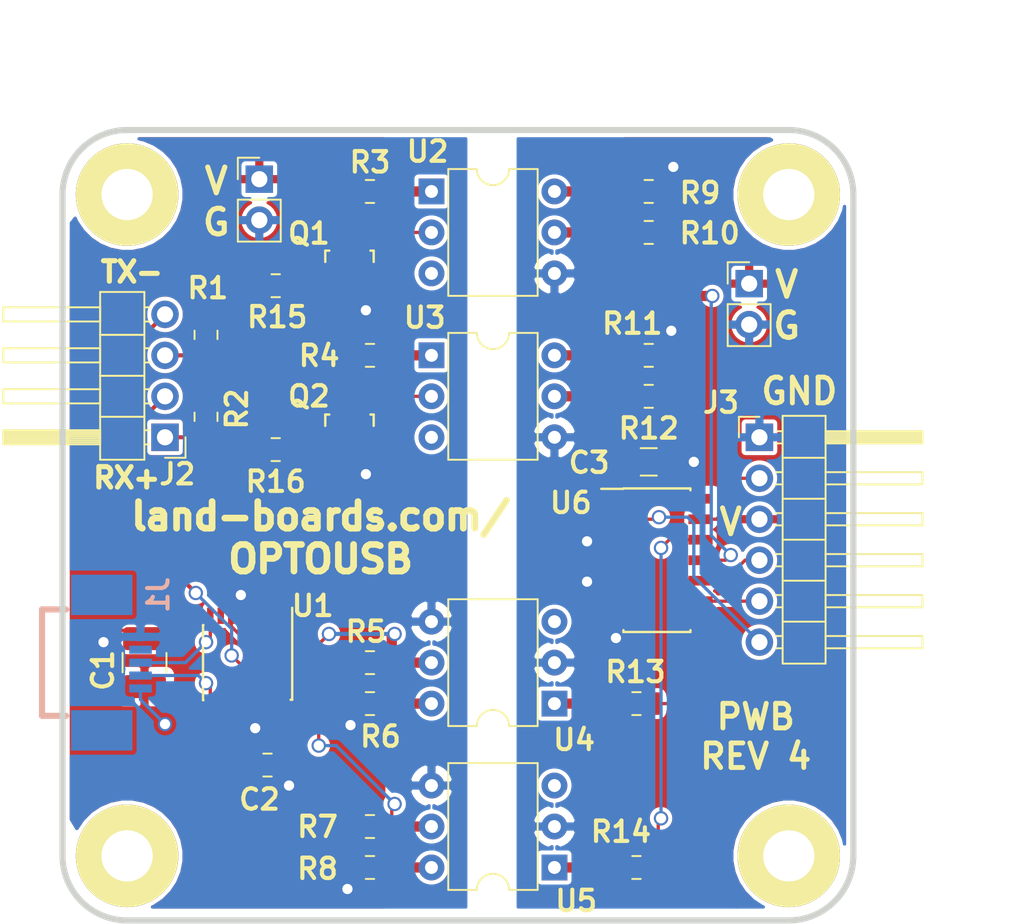
<source format=kicad_pcb>
(kicad_pcb (version 20171130) (host pcbnew "(5.1.5)-3")
  (layers (0 Front signal) (31 Back signal) (36 B.SilkS user) (37 F.SilkS user) (38 B.Mask user) (39 F.Mask user) (44 Edge.Cuts user))
  (net 0 "")
  (net 1 "Net-(R11-Pad2)")
  (net 2 /UVCC)
  (net 3 /UGND)
  (net 4 /+3.3V)
  (net 5 /DM)
  (net 6 /DP)
  (net 7 /PUP0)
  (net 8 /TXLED*)
  (net 9 /PUP1)
  (net 10 /RXLED*)
  (net 11 /UTX)
  (net 12 /URTS)
  (net 13 /LRX)
  (net 14 /URX)
  (net 15 /LTX)
  (net 16 "Net-(R8-Pad2)")
  (net 17 /LCTS)
  (net 18 /UCTS)
  (net 19 /LRTS)
  (net 20 GND)
  (net 21 /FCTS)
  (net 22 /FTX)
  (net 23 /FRX)
  (net 24 /FRTS)
  (net 25 VCC)
  (net 26 "Net-(R3-Pad2)")
  (net 27 "Net-(R4-Pad2)")
  (net 28 "Net-(R6-Pad2)")
  (net 29 "Net-(R9-Pad2)")
  (net 30 "Net-(R13-Pad1)")
  (net 31 "Net-(R14-Pad1)")
  (net 32 "Net-(Q1-Pad1)")
  (net 33 "Net-(Q1-Pad3)")
  (net 34 "Net-(Q2-Pad1)")
  (net 35 "Net-(Q2-Pad3)")
  (net 36 "Net-(J1-PadG2)")
  (net 37 "Net-(J1-PadG1)")
  (net 38 "Net-(J1-PadNC)")
  (net 39 "Net-(MTG1-Pad1)")
  (net 40 "Net-(MTG2-Pad1)")
  (net 41 "Net-(MTG3-Pad1)")
  (net 42 "Net-(MTG4-Pad1)")
  (net 43 "Net-(U1-Pad11)")
  (net 44 "Net-(U1-Pad15)")
  (net 45 "Net-(U1-Pad16)")
  (net 46 "Net-(U6-Pad4)")
  (net 47 "Net-(U6-Pad6)")
  (module Capacitor_SMD:C_0805_2012Metric_Pad1.15x1.40mm_HandSolder (layer Front) (at 12.7 39.37)
    (fp_text reference C2 (at -0.5 2.13) (layer F.SilkS) (effects (font (size 1.27 1.27) (thickness 0.254))))
    (fp_text value 0.1uF)
    (pad 1 smd roundrect (at -1.025 0) (size 1.15 1.4) (layers Front F.Paste F.Mask) (roundrect_rratio 0.217391) (net 4 /+3.3V))
    (pad 2 smd roundrect (at 1.025 0) (size 1.15 1.4) (layers Front F.Paste F.Mask) (roundrect_rratio 0.217391) (net 3 /UGND))
  )
  (module Capacitor_SMD:C_1210_3225Metric_Pad1.42x2.65mm_HandSolder (layer Front) (at 5.08 33.02 90)
    (fp_text reference C1 (at -0.48 -2.58 90) (layer F.SilkS) (effects (font (size 1.27 1.27) (thickness 0.254))))
    (fp_text value 10uF)
    (pad 1 smd roundrect (at -1.4875 0 90) (size 1.425 2.65) (layers Front F.Paste F.Mask) (roundrect_rratio 0.175439) (net 2 /UVCC))
    (pad 2 smd roundrect (at 1.4875 0 90) (size 1.425 2.65) (layers Front F.Paste F.Mask) (roundrect_rratio 0.175439) (net 3 /UGND))
  )
  (module LandBoards_MountHoles:MTG-4-40 (layer Front) (at 4 4)
    (fp_text reference MTG1 hide)
    (fp_text value CONN_1 hide)
    (pad 1 thru_hole circle (at 0 0) (size 6.35 6.35) (drill 3.175) (layers *.Cu *.Mask F.SilkS) (net 39 "Net-(MTG1-Pad1)"))
  )
  (module LandBoards_MountHoles:MTG-4-40 (layer Front) (at 4 45)
    (fp_text reference MTG2 hide)
    (fp_text value CONN_1 hide)
    (pad 1 thru_hole circle (at 0 0) (size 6.35 6.35) (drill 3.175) (layers *.Cu *.Mask F.SilkS) (net 40 "Net-(MTG2-Pad1)"))
  )
  (module LandBoards_MountHoles:MTG-4-40 (layer Front) (at 45 4)
    (fp_text reference MTG3 hide)
    (fp_text value CONN_1 hide)
    (pad 1 thru_hole circle (at 0 0) (size 6.35 6.35) (drill 3.175) (layers *.Cu *.Mask F.SilkS) (net 41 "Net-(MTG3-Pad1)"))
  )
  (module LandBoards_MountHoles:MTG-4-40 (layer Front) (at 45 45)
    (fp_text reference MTG4 hide)
    (fp_text value CONN_1 hide)
    (pad 1 thru_hole circle (at 0 0) (size 6.35 6.35) (drill 3.175) (layers *.Cu *.Mask F.SilkS) (net 42 "Net-(MTG4-Pad1)"))
  )
  (module Connector_PinHeader_2.54mm:PinHeader_1x06_P2.54mm_Horizontal (layer Front) (at 43.18 19.05)
    (fp_text reference J3 (at -2.38 -2.15) (layer F.SilkS) (effects (font (size 1.27 1.27) (thickness 0.254))))
    (fp_text value FTDI-Slave)
    (pad 1 thru_hole rect (at 0 0) (size 1.7 1.7) (drill 1) (layers *.Cu *.Mask) (net 20 GND))
    (pad 2 thru_hole oval (at 0 2.54) (size 1.7 1.7) (drill 1) (layers *.Cu *.Mask) (net 21 /FCTS))
    (pad 3 thru_hole oval (at 0 5.08) (size 1.7 1.7) (drill 1) (layers *.Cu *.Mask) (net 25 VCC))
    (pad 4 thru_hole oval (at 0 7.62) (size 1.7 1.7) (drill 1) (layers *.Cu *.Mask) (net 22 /FTX))
    (pad 5 thru_hole oval (at 0 10.16) (size 1.7 1.7) (drill 1) (layers *.Cu *.Mask) (net 23 /FRX))
    (pad 6 thru_hole oval (at 0 12.7) (size 1.7 1.7) (drill 1) (layers *.Cu *.Mask) (net 24 /FRTS))
  )
  (module Resistor_SMD:R_0805_2012Metric_Pad1.15x1.40mm_HandSolder (layer Front) (at 36.322 3.81 180)
    (fp_text reference R9 (at -3.178 -0.09 180) (layer F.SilkS) (effects (font (size 1.27 1.27) (thickness 0.254))))
    (fp_text value 20K)
    (pad 2 smd roundrect (at 1.025 0 180) (size 1.15 1.4) (layers Front F.Paste F.Mask) (roundrect_rratio 0.217391) (net 29 "Net-(R9-Pad2)"))
    (pad 1 smd roundrect (at -1.025 0 180) (size 1.15 1.4) (layers Front F.Paste F.Mask) (roundrect_rratio 0.217391) (net 20 GND))
  )
  (module Resistor_SMD:R_0805_2012Metric_Pad1.15x1.40mm_HandSolder (layer Front) (at 13.208 9.652 180)
    (fp_text reference R15 (at -0.092 -1.948 180) (layer F.SilkS) (effects (font (size 1.27 1.27) (thickness 0.254))))
    (fp_text value 10K)
    (pad 1 smd roundrect (at -1.025 0 180) (size 1.15 1.4) (layers Front F.Paste F.Mask) (roundrect_rratio 0.217391) (net 32 "Net-(Q1-Pad1)"))
    (pad 2 smd roundrect (at 1.025 0 180) (size 1.15 1.4) (layers Front F.Paste F.Mask) (roundrect_rratio 0.217391) (net 11 /UTX))
  )
  (module Resistor_SMD:R_0805_2012Metric_Pad1.15x1.40mm_HandSolder (layer Front) (at 35.56 45.72)
    (fp_text reference R14 (at -0.96 -2.22) (layer F.SilkS) (effects (font (size 1.27 1.27) (thickness 0.254))))
    (fp_text value 150)
    (pad 2 smd roundrect (at 1.025 0) (size 1.15 1.4) (layers Front F.Paste F.Mask) (roundrect_rratio 0.217391) (net 17 /LCTS))
    (pad 1 smd roundrect (at -1.025 0) (size 1.15 1.4) (layers Front F.Paste F.Mask) (roundrect_rratio 0.217391) (net 31 "Net-(R14-Pad1)"))
  )
  (module Resistor_SMD:R_0805_2012Metric_Pad1.15x1.40mm_HandSolder (layer Front) (at 35.56 35.56)
    (fp_text reference R13 (at -0.06 -1.96) (layer F.SilkS) (effects (font (size 1.27 1.27) (thickness 0.254))))
    (fp_text value 150)
    (pad 1 smd roundrect (at -1.025 0) (size 1.15 1.4) (layers Front F.Paste F.Mask) (roundrect_rratio 0.217391) (net 30 "Net-(R13-Pad1)"))
    (pad 2 smd roundrect (at 1.025 0) (size 1.15 1.4) (layers Front F.Paste F.Mask) (roundrect_rratio 0.217391) (net 13 /LRX))
  )
  (module Resistor_SMD:R_0805_2012Metric_Pad1.15x1.40mm_HandSolder (layer Front) (at 36.322 16.51 180)
    (fp_text reference R12 (at 0 -1.99 180) (layer F.SilkS) (effects (font (size 1.27 1.27) (thickness 0.254))))
    (fp_text value 1.2K)
    (pad 2 smd roundrect (at 1.025 0 180) (size 1.15 1.4) (layers Front F.Paste F.Mask) (roundrect_rratio 0.217391) (net 19 /LRTS))
    (pad 1 smd roundrect (at -1.025 0 180) (size 1.15 1.4) (layers Front F.Paste F.Mask) (roundrect_rratio 0.217391) (net 25 VCC))
  )
  (module Resistor_SMD:R_0805_2012Metric_Pad1.15x1.40mm_HandSolder (layer Front) (at 36.322 13.97 180)
    (fp_text reference R11 (at 1.022 1.97 180) (layer F.SilkS) (effects (font (size 1.27 1.27) (thickness 0.254))))
    (fp_text value 20K)
    (pad 1 smd roundrect (at -1.025 0 180) (size 1.15 1.4) (layers Front F.Paste F.Mask) (roundrect_rratio 0.217391) (net 20 GND))
    (pad 2 smd roundrect (at 1.025 0 180) (size 1.15 1.4) (layers Front F.Paste F.Mask) (roundrect_rratio 0.217391) (net 1 "Net-(R11-Pad2)"))
  )
  (module Resistor_SMD:R_0805_2012Metric_Pad1.15x1.40mm_HandSolder (layer Front) (at 8.89 12.7 270)
    (fp_text reference R1 (at -2.9 -0.11) (layer F.SilkS) (effects (font (size 1.27 1.27) (thickness 0.254))))
    (fp_text value 270)
    (pad 2 smd roundrect (at 1.025 0 270) (size 1.15 1.4) (layers Front F.Paste F.Mask) (roundrect_rratio 0.217391) (net 9 /PUP1))
    (pad 1 smd roundrect (at -1.025 0 270) (size 1.15 1.4) (layers Front F.Paste F.Mask) (roundrect_rratio 0.217391) (net 2 /UVCC))
  )
  (module Resistor_SMD:R_0805_2012Metric_Pad1.15x1.40mm_HandSolder (layer Front) (at 8.89 17.78 270)
    (fp_text reference R2 (at -0.48 -1.91 270) (layer F.SilkS) (effects (font (size 1.27 1.27) (thickness 0.254))))
    (fp_text value 270)
    (pad 1 smd roundrect (at -1.025 0 270) (size 1.15 1.4) (layers Front F.Paste F.Mask) (roundrect_rratio 0.217391) (net 2 /UVCC))
    (pad 2 smd roundrect (at 1.025 0 270) (size 1.15 1.4) (layers Front F.Paste F.Mask) (roundrect_rratio 0.217391) (net 7 /PUP0))
  )
  (module Resistor_SMD:R_0805_2012Metric_Pad1.15x1.40mm_HandSolder (layer Front) (at 19.05 3.81)
    (fp_text reference R3 (at 0 -1.81) (layer F.SilkS) (effects (font (size 1.27 1.27) (thickness 0.254))))
    (fp_text value 150)
    (pad 2 smd roundrect (at 1.025 0) (size 1.15 1.4) (layers Front F.Paste F.Mask) (roundrect_rratio 0.217391) (net 26 "Net-(R3-Pad2)"))
    (pad 1 smd roundrect (at -1.025 0) (size 1.15 1.4) (layers Front F.Paste F.Mask) (roundrect_rratio 0.217391) (net 2 /UVCC))
  )
  (module Resistor_SMD:R_0805_2012Metric_Pad1.15x1.40mm_HandSolder (layer Front) (at 19.05 13.97)
    (fp_text reference R4 (at -3.15 0.03) (layer F.SilkS) (effects (font (size 1.27 1.27) (thickness 0.254))))
    (fp_text value 150)
    (pad 1 smd roundrect (at -1.025 0) (size 1.15 1.4) (layers Front F.Paste F.Mask) (roundrect_rratio 0.217391) (net 2 /UVCC))
    (pad 2 smd roundrect (at 1.025 0) (size 1.15 1.4) (layers Front F.Paste F.Mask) (roundrect_rratio 0.217391) (net 27 "Net-(R4-Pad2)"))
  )
  (module Resistor_SMD:R_0805_2012Metric_Pad1.15x1.40mm_HandSolder (layer Front) (at 19.05 33.02)
    (fp_text reference R5 (at -0.25 -1.92) (layer F.SilkS) (effects (font (size 1.27 1.27) (thickness 0.254))))
    (fp_text value 1.2K)
    (pad 2 smd roundrect (at 1.025 0) (size 1.15 1.4) (layers Front F.Paste F.Mask) (roundrect_rratio 0.217391) (net 14 /URX))
    (pad 1 smd roundrect (at -1.025 0) (size 1.15 1.4) (layers Front F.Paste F.Mask) (roundrect_rratio 0.217391) (net 2 /UVCC))
  )
  (module Resistor_SMD:R_0805_2012Metric_Pad1.15x1.40mm_HandSolder (layer Front) (at 19.05 35.56)
    (fp_text reference R6 (at 0.65 2.04) (layer F.SilkS) (effects (font (size 1.27 1.27) (thickness 0.254))))
    (fp_text value 20K)
    (pad 1 smd roundrect (at -1.025 0) (size 1.15 1.4) (layers Front F.Paste F.Mask) (roundrect_rratio 0.217391) (net 3 /UGND))
    (pad 2 smd roundrect (at 1.025 0) (size 1.15 1.4) (layers Front F.Paste F.Mask) (roundrect_rratio 0.217391) (net 28 "Net-(R6-Pad2)"))
  )
  (module Resistor_SMD:R_0805_2012Metric_Pad1.15x1.40mm_HandSolder (layer Front) (at 19.05 43.18)
    (fp_text reference R7 (at -3.25 0.02) (layer F.SilkS) (effects (font (size 1.27 1.27) (thickness 0.254))))
    (fp_text value 1.2K)
    (pad 2 smd roundrect (at 1.025 0) (size 1.15 1.4) (layers Front F.Paste F.Mask) (roundrect_rratio 0.217391) (net 18 /UCTS))
    (pad 1 smd roundrect (at -1.025 0) (size 1.15 1.4) (layers Front F.Paste F.Mask) (roundrect_rratio 0.217391) (net 2 /UVCC))
  )
  (module Resistor_SMD:R_0805_2012Metric_Pad1.15x1.40mm_HandSolder (layer Front) (at 19.05 45.72)
    (fp_text reference R8 (at -3.25 0.08) (layer F.SilkS) (effects (font (size 1.27 1.27) (thickness 0.254))))
    (fp_text value 20K)
    (pad 1 smd roundrect (at -1.025 0) (size 1.15 1.4) (layers Front F.Paste F.Mask) (roundrect_rratio 0.217391) (net 3 /UGND))
    (pad 2 smd roundrect (at 1.025 0) (size 1.15 1.4) (layers Front F.Paste F.Mask) (roundrect_rratio 0.217391) (net 16 "Net-(R8-Pad2)"))
  )
  (module Resistor_SMD:R_0805_2012Metric_Pad1.15x1.40mm_HandSolder (layer Front) (at 36.322 6.35 180)
    (fp_text reference R10 (at -3.778 -0.05 180) (layer F.SilkS) (effects (font (size 1.27 1.27) (thickness 0.254))))
    (fp_text value 1.2K)
    (pad 2 smd roundrect (at 1.025 0 180) (size 1.15 1.4) (layers Front F.Paste F.Mask) (roundrect_rratio 0.217391) (net 15 /LTX))
    (pad 1 smd roundrect (at -1.025 0 180) (size 1.15 1.4) (layers Front F.Paste F.Mask) (roundrect_rratio 0.217391) (net 25 VCC))
  )
  (module Resistor_SMD:R_0805_2012Metric_Pad1.15x1.40mm_HandSolder (layer Front) (at 13.208 19.812 180)
    (fp_text reference R16 (at 0 -1.988 180) (layer F.SilkS) (effects (font (size 1.27 1.27) (thickness 0.254))))
    (fp_text value 10K)
    (pad 1 smd roundrect (at -1.025 0 180) (size 1.15 1.4) (layers Front F.Paste F.Mask) (roundrect_rratio 0.217391) (net 34 "Net-(Q2-Pad1)"))
    (pad 2 smd roundrect (at 1.025 0 180) (size 1.15 1.4) (layers Front F.Paste F.Mask) (roundrect_rratio 0.217391) (net 12 /URTS))
  )
  (module LandBoards_Conns:USB-B-MINI (layer Back) (at -1.27 33.02 90)
    (fp_text reference J1 (at 4.20116 7.2009 90) (layer B.SilkS) (effects (font (size 1.27 1.27) (thickness 0.254)) (justify mirror)))
    (fp_text value USB-B hide)
    (pad 3 smd rect (at 0 6.10108 90) (size 0.50038 1.39954) (layers Back B.Paste B.Mask) (net 6 /DP))
    (pad 2 smd rect (at -0.8001 6.10108 90) (size 0.50038 1.39954) (layers Back B.Paste B.Mask) (net 5 /DM))
    (pad 1 smd rect (at -1.6002 6.10108 90) (size 0.50038 1.39954) (layers Back B.Paste B.Mask) (net 2 /UVCC))
    (pad NC smd rect (at 0.8001 6.10108 90) (size 0.50038 1.39954) (layers Back B.Paste B.Mask) (net 38 "Net-(J1-PadNC)"))
    (pad 4 smd rect (at 1.6002 6.10108 90) (size 0.50038 1.39954) (layers Back B.Paste B.Mask) (net 3 /UGND))
    (pad G1 smd rect (at -4.20116 3.70078 90) (size 2.49936 3.79984) (layers Back B.Paste B.Mask) (net 37 "Net-(J1-PadG1)"))
    (pad G2 smd rect (at 4.20116 3.70078 90) (size 2.49936 3.79984) (layers Back B.Paste B.Mask) (net 36 "Net-(J1-PadG2)"))
  )
  (module Housings_SOIC:SOIC-14_3.9x8.7mm_Pitch1.27mm (layer Front) (at 36.83 26.67)
    (fp_text reference U6 (at -5.334 -3.556) (layer F.SilkS) (effects (font (size 1.27 1.27) (thickness 0.254))))
    (fp_text value 74HC14 hide)
    (pad 1 smd rect (at -2.7 -3.81) (size 1.5 0.6) (layers Front F.Mask) (net 19 /LRTS))
    (pad 2 smd rect (at -2.7 -2.54) (size 1.5 0.6) (layers Front F.Mask) (net 24 /FRTS))
    (pad 3 smd rect (at -2.7 -1.27) (size 1.5 0.6) (layers Front F.Mask) (net 20 GND))
    (pad 4 smd rect (at -2.7 0) (size 1.5 0.6) (layers Front F.Mask) (net 46 "Net-(U6-Pad4)"))
    (pad 5 smd rect (at -2.7 1.27) (size 1.5 0.6) (layers Front F.Mask) (net 20 GND))
    (pad 6 smd rect (at -2.7 2.54) (size 1.5 0.6) (layers Front F.Mask) (net 47 "Net-(U6-Pad6)"))
    (pad 7 smd rect (at -2.7 3.81) (size 1.5 0.6) (layers Front F.Mask) (net 20 GND))
    (pad 8 smd rect (at 2.7 3.81) (size 1.5 0.6) (layers Front F.Mask) (net 13 /LRX))
    (pad 9 smd rect (at 2.7 2.54) (size 1.5 0.6) (layers Front F.Mask) (net 23 /FRX))
    (pad 10 smd rect (at 2.7 1.27) (size 1.5 0.6) (layers Front F.Mask) (net 22 /FTX))
    (pad 11 smd rect (at 2.7 0) (size 1.5 0.6) (layers Front F.Mask) (net 15 /LTX))
    (pad 12 smd rect (at 2.7 -1.27) (size 1.5 0.6) (layers Front F.Mask) (net 17 /LCTS))
    (pad 13 smd rect (at 2.7 -2.54) (size 1.5 0.6) (layers Front F.Mask) (net 21 /FCTS))
    (pad 14 smd rect (at 2.7 -3.81) (size 1.5 0.6) (layers Front F.Mask) (net 25 VCC))
  )
  (module Pin_Headers:Pin_Header_Angled_1x04_Pitch2.54mm (layer Front) (at 6.35 19.05 180)
    (fp_text reference J2 (at -0.762 -2.286 180) (layer F.SilkS) (effects (font (size 1.27 1.27) (thickness 0.254))))
    (fp_text value CONN_4 hide)
    (pad 1 thru_hole rect (at 0 0 180) (size 1.7 1.7) (drill 1) (layers *.Cu *.Mask) (net 7 /PUP0))
    (pad 2 thru_hole oval (at 0 2.54 180) (size 1.7 1.7) (drill 1) (layers *.Cu *.Mask) (net 8 /TXLED*))
    (pad 3 thru_hole oval (at 0 5.08 180) (size 1.7 1.7) (drill 1) (layers *.Cu *.Mask) (net 9 /PUP1))
    (pad 4 thru_hole oval (at 0 7.62 180) (size 1.7 1.7) (drill 1) (layers *.Cu *.Mask) (net 10 /RXLED*))
  )
  (module Housings_SSOP:SSOP-16_4.4x5.2mm_Pitch0.65mm (layer Front) (at 11.43 33.02 270)
    (fp_text reference U1 (at -3.52 -4.07) (layer F.SilkS) (effects (font (size 1.27 1.27) (thickness 0.254))))
    (fp_text value FT230XS hide)
    (pad 1 smd rect (at -2.9 -2.275 270) (size 1 0.4) (layers Front F.Mask) (net 11 /UTX))
    (pad 2 smd rect (at -2.9 -1.625 270) (size 1 0.4) (layers Front F.Mask) (net 12 /URTS))
    (pad 3 smd rect (at -2.9 -0.975 270) (size 1 0.4) (layers Front F.Mask) (net 2 /UVCC))
    (pad 4 smd rect (at -2.9 -0.325 270) (size 1 0.4) (layers Front F.Mask) (net 14 /URX))
    (pad 5 smd rect (at -2.9 0.325 270) (size 1 0.4) (layers Front F.Mask) (net 3 /UGND))
    (pad 6 smd rect (at -2.9 0.975 270) (size 1 0.4) (layers Front F.Mask) (net 18 /UCTS))
    (pad 7 smd rect (at -2.9 1.625 270) (size 1 0.4) (layers Front F.Mask) (net 8 /TXLED*))
    (pad 8 smd rect (at -2.9 2.275 270) (size 1 0.4) (layers Front F.Mask) (net 6 /DP))
    (pad 9 smd rect (at 2.9 2.275 270) (size 1 0.4) (layers Front F.Mask) (net 5 /DM))
    (pad 10 smd rect (at 2.9 1.625 270) (size 1 0.4) (layers Front F.Mask) (net 4 /+3.3V))
    (pad 11 smd rect (at 2.9 0.975 270) (size 1 0.4) (layers Front F.Mask) (net 43 "Net-(U1-Pad11)"))
    (pad 12 smd rect (at 2.9 0.325 270) (size 1 0.4) (layers Front F.Mask) (net 2 /UVCC))
    (pad 13 smd rect (at 2.9 -0.325 270) (size 1 0.4) (layers Front F.Mask) (net 3 /UGND))
    (pad 14 smd rect (at 2.9 -0.975 270) (size 1 0.4) (layers Front F.Mask) (net 10 /RXLED*))
    (pad 15 smd rect (at 2.9 -1.625 270) (size 1 0.4) (layers Front F.Mask) (net 44 "Net-(U1-Pad15)"))
    (pad 16 smd rect (at 2.9 -2.275 270) (size 1 0.4) (layers Front F.Mask) (net 45 "Net-(U1-Pad16)"))
  )
  (module Housings_DIP:DIP-6_W7.62mm (layer Front) (at 30.48 35.56 180)
    (fp_text reference U4 (at -1.2192 -2.2479 180) (layer F.SilkS) (effects (font (size 1.27 1.27) (thickness 0.254))))
    (fp_text value 4N25 hide)
    (pad 1 thru_hole rect (at 0 0 180) (size 1.6 1.6) (drill 0.8) (layers *.Cu *.Mask) (net 30 "Net-(R13-Pad1)"))
    (pad 4 thru_hole oval (at 7.62 5.08 180) (size 1.6 1.6) (drill 0.8) (layers *.Cu *.Mask) (net 3 /UGND))
    (pad 2 thru_hole oval (at 0 2.54 180) (size 1.6 1.6) (drill 0.8) (layers *.Cu *.Mask) (net 20 GND))
    (pad 5 thru_hole oval (at 7.62 2.54 180) (size 1.6 1.6) (drill 0.8) (layers *.Cu *.Mask) (net 14 /URX))
    (pad 3 thru_hole oval (at 0 5.08 180) (size 1.6 1.6) (drill 0.8) (layers *.Cu *.Mask))
    (pad 6 thru_hole oval (at 7.62 0 180) (size 1.6 1.6) (drill 0.8) (layers *.Cu *.Mask) (net 28 "Net-(R6-Pad2)"))
  )
  (module Housings_DIP:DIP-6_W7.62mm (layer Front) (at 22.86 3.81)
    (fp_text reference U2 (at -0.2413 -2.4765) (layer F.SilkS) (effects (font (size 1.27 1.27) (thickness 0.254))))
    (fp_text value 4N25 hide)
    (pad 1 thru_hole rect (at 0 0) (size 1.6 1.6) (drill 0.8) (layers *.Cu *.Mask) (net 26 "Net-(R3-Pad2)"))
    (pad 4 thru_hole oval (at 7.62 5.08) (size 1.6 1.6) (drill 0.8) (layers *.Cu *.Mask) (net 20 GND))
    (pad 2 thru_hole oval (at 0 2.54) (size 1.6 1.6) (drill 0.8) (layers *.Cu *.Mask) (net 33 "Net-(Q1-Pad3)"))
    (pad 5 thru_hole oval (at 7.62 2.54) (size 1.6 1.6) (drill 0.8) (layers *.Cu *.Mask) (net 15 /LTX))
    (pad 3 thru_hole oval (at 0 5.08) (size 1.6 1.6) (drill 0.8) (layers *.Cu *.Mask))
    (pad 6 thru_hole oval (at 7.62 0) (size 1.6 1.6) (drill 0.8) (layers *.Cu *.Mask) (net 29 "Net-(R9-Pad2)"))
  )
  (module Housings_DIP:DIP-6_W7.62mm (layer Front) (at 30.48 45.72 180)
    (fp_text reference U5 (at -1.3462 -2.0701 180) (layer F.SilkS) (effects (font (size 1.27 1.27) (thickness 0.254))))
    (fp_text value 4N25 hide)
    (pad 1 thru_hole rect (at 0 0 180) (size 1.6 1.6) (drill 0.8) (layers *.Cu *.Mask) (net 31 "Net-(R14-Pad1)"))
    (pad 4 thru_hole oval (at 7.62 5.08 180) (size 1.6 1.6) (drill 0.8) (layers *.Cu *.Mask) (net 3 /UGND))
    (pad 2 thru_hole oval (at 0 2.54 180) (size 1.6 1.6) (drill 0.8) (layers *.Cu *.Mask) (net 20 GND))
    (pad 5 thru_hole oval (at 7.62 2.54 180) (size 1.6 1.6) (drill 0.8) (layers *.Cu *.Mask) (net 18 /UCTS))
    (pad 3 thru_hole oval (at 0 5.08 180) (size 1.6 1.6) (drill 0.8) (layers *.Cu *.Mask))
    (pad 6 thru_hole oval (at 7.62 0 180) (size 1.6 1.6) (drill 0.8) (layers *.Cu *.Mask) (net 16 "Net-(R8-Pad2)"))
  )
  (module Housings_DIP:DIP-6_W7.62mm (layer Front) (at 22.86 13.97)
    (fp_text reference U3 (at -0.4191 -2.3368) (layer F.SilkS) (effects (font (size 1.27 1.27) (thickness 0.254))))
    (fp_text value 4N25 hide)
    (pad 1 thru_hole rect (at 0 0) (size 1.6 1.6) (drill 0.8) (layers *.Cu *.Mask) (net 27 "Net-(R4-Pad2)"))
    (pad 4 thru_hole oval (at 7.62 5.08) (size 1.6 1.6) (drill 0.8) (layers *.Cu *.Mask) (net 20 GND))
    (pad 2 thru_hole oval (at 0 2.54) (size 1.6 1.6) (drill 0.8) (layers *.Cu *.Mask) (net 35 "Net-(Q2-Pad3)"))
    (pad 5 thru_hole oval (at 7.62 2.54) (size 1.6 1.6) (drill 0.8) (layers *.Cu *.Mask) (net 19 /LRTS))
    (pad 3 thru_hole oval (at 0 5.08) (size 1.6 1.6) (drill 0.8) (layers *.Cu *.Mask))
    (pad 6 thru_hole oval (at 7.62 0) (size 1.6 1.6) (drill 0.8) (layers *.Cu *.Mask) (net 1 "Net-(R11-Pad2)"))
  )
  (module TO_SOT_Packages_SMD:SOT-23_Handsoldering (layer Front) (at 17.78 18.288)
    (fp_text reference Q2 (at -2.5146 -1.778 180) (layer F.SilkS) (effects (font (size 1.27 1.27) (thickness 0.254))))
    (fp_text value Q_NPN_BEC hide)
    (pad 1 smd rect (at -0.95 1.50114) (size 0.8001 1.80086) (layers Front F.Mask) (net 34 "Net-(Q2-Pad1)"))
    (pad 2 smd rect (at 0.95 1.50114) (size 0.8001 1.80086) (layers Front F.Mask) (net 3 /UGND))
    (pad 3 smd rect (at 0 -1.50114) (size 0.8001 1.80086) (layers Front F.Mask) (net 35 "Net-(Q2-Pad3)"))
  )
  (module TO_SOT_Packages_SMD:SOT-23_Handsoldering (layer Front) (at 17.78 8.128)
    (fp_text reference Q1 (at -2.5146 -1.7145 180) (layer F.SilkS) (effects (font (size 1.27 1.27) (thickness 0.254))))
    (fp_text value Q_NPN_BEC hide)
    (pad 1 smd rect (at -0.95 1.50114) (size 0.8001 1.80086) (layers Front F.Mask) (net 32 "Net-(Q1-Pad1)"))
    (pad 2 smd rect (at 0.95 1.50114) (size 0.8001 1.80086) (layers Front F.Mask) (net 3 /UGND))
    (pad 3 smd rect (at 0 -1.50114) (size 0.8001 1.80086) (layers Front F.Mask) (net 33 "Net-(Q1-Pad3)"))
  )
  (module Capacitors_SMD:C_0805_HandSoldering (layer Front) (at 36.322 20.574)
    (fp_text reference C3 (at -3.6957 0.0508) (layer F.SilkS) (effects (font (size 1.27 1.27) (thickness 0.254))))
    (fp_text value 0.1uF hide)
    (pad 1 smd rect (at -1.25 0) (size 1.5 1.25) (layers Front F.Mask) (net 25 VCC))
    (pad 2 smd rect (at 1.25 0) (size 1.5 1.25) (layers Front F.Mask) (net 20 GND))
  )
  (module Pin_Headers:Pin_Header_Straight_1x02_Pitch2.54mm (layer Front) (at 12.192 3.048)
    (fp_text reference H1 hide)
    (fp_text value CONN_01X02 hide)
    (pad 1 thru_hole rect (at 0 0) (size 1.7 1.7) (drill 1) (layers *.Cu *.Mask) (net 2 /UVCC))
    (pad 2 thru_hole oval (at 0 2.54) (size 1.7 1.7) (drill 1) (layers *.Cu *.Mask) (net 3 /UGND))
  )
  (module Pin_Headers:Pin_Header_Straight_1x02_Pitch2.54mm (layer Front) (at 42.545 9.525)
    (fp_text reference H2 hide)
    (fp_text value CONN_01X02 hide)
    (pad 1 thru_hole rect (at 0 0) (size 1.7 1.7) (drill 1) (layers *.Cu *.Mask) (net 25 VCC))
    (pad 2 thru_hole oval (at 0 2.54) (size 1.7 1.7) (drill 1) (layers *.Cu *.Mask) (net 20 GND))
  )
  (gr_text "V\nG" (at 44.8691 10.8585) (layer F.SilkS) (effects (font (size 1.5875 1.5875) (thickness 0.3175))))
  (gr_text "V\nG" (at 9.525 4.445) (layer F.SilkS) (effects (font (size 1.5875 1.5875) (thickness 0.3175))))
  (gr_text V (at 41.4 24.3) (layer F.SilkS) (effects (font (size 1.6002 1.524) (thickness 0.3048))))
  (gr_text RX+ (at 3.9751 21.5646) (layer F.SilkS) (effects (font (size 1.27 1.27) (thickness 0.3175))))
  (gr_text TX- (at 4.2926 8.8011) (layer F.SilkS) (effects (font (size 1.27 1.27) (thickness 0.3175))))
  (gr_text GND (at 45.6565 16.1925) (layer F.SilkS) (effects (font (size 1.6002 1.524) (thickness 0.3048))))
  (gr_text "land-boards.com/\nOPTOUSB" (at 15.9893 25.273) (layer F.SilkS) (effects (font (size 1.651 1.651) (thickness 0.41275))))
  (gr_text "PWB\nREV 4" (at 42.9514 37.6047) (layer F.SilkS) (effects (font (size 1.524 1.524) (thickness 0.3048))))
  (gr_line (start 49 45) (end 49 4) (angle 90) (layer Edge.Cuts) (width 0.381))
  (gr_line (start 4 49) (end 45 49) (angle 90) (layer Edge.Cuts) (width 0.381))
  (gr_line (start 0 4) (end 0 45) (angle 90) (layer Edge.Cuts) (width 0.381))
  (gr_line (start 45 0) (end 4 0) (angle 90) (layer Edge.Cuts) (width 0.381))
  (gr_arc (start 4 45) (end 4 49) (angle 90) (layer Edge.Cuts) (width 0.381))
  (gr_arc (start 45 45) (end 49 45) (angle 90) (layer Edge.Cuts) (width 0.381))
  (gr_arc (start 45 4) (end 45 0) (angle 90) (layer Edge.Cuts) (width 0.381))
  (gr_arc (start 4 4) (end 0 4) (angle 90) (layer Edge.Cuts) (width 0.381))
  (segment (start 30.48 13.97) (end 34.972 13.97) (width 0.635) (layer Front) (net 1))
  (segment (start 4.83108 34.6202) (end 4.83108 35.31108) (width 0.2032) (layer Back) (net 2))
  (via (at 6.35 36.83) (size 0.889) (layers Front Back) (net 2))
  (segment (start 4.83108 35.31108) (end 6.35 36.83) (width 0.2032) (layer Back) (net 2))
  (segment (start 17.634 3.876) (end 17.7 3.81) (width 0.2032) (layer Front) (net 2))
  (segment (start 17.634 14.036) (end 17.7 13.97) (width 0.2032) (layer Front) (net 2))
  (segment (start 18.73 19.78914) (end 18.73 21.27) (width 0.2032) (layer Front) (net 3))
  (via (at 18.796 21.336) (size 0.889) (drill 0.635) (layers Front Back) (net 3))
  (segment (start 18.73 21.27) (end 18.796 21.336) (width 0.2032) (layer Front) (net 3))
  (segment (start 18.73 9.62914) (end 18.73 11.11) (width 0.2032) (layer Front) (net 3))
  (via (at 18.796 11.176) (size 0.889) (drill 0.635) (layers Front Back) (net 3))
  (segment (start 18.73 11.11) (end 18.796 11.176) (width 0.2032) (layer Front) (net 3))
  (segment (start 17.7 35.56) (end 17.7 36.75) (width 0.2032) (layer Front) (net 3))
  (via (at 17.8435 36.8935) (size 0.889) (layers Front Back) (net 3))
  (segment (start 17.7 36.75) (end 17.8435 36.8935) (width 0.2032) (layer Front) (net 3))
  (segment (start 13.95 39.37) (end 13.95 40.5565) (width 0.2032) (layer Front) (net 3))
  (via (at 14.0335 40.64) (size 0.889) (layers Front Back) (net 3))
  (segment (start 13.95 40.5565) (end 14.0335 40.64) (width 0.2032) (layer Front) (net 3))
  (segment (start 17.7 45.72) (end 17.7 47.0065) (width 0.2032) (layer Front) (net 3))
  (via (at 17.653 47.0535) (size 0.889) (layers Front Back) (net 3))
  (segment (start 17.7 47.0065) (end 17.653 47.0535) (width 0.2032) (layer Front) (net 3))
  (segment (start 11.105 30.12) (end 11.105 28.885) (width 0.2032) (layer Front) (net 3))
  (via (at 11.049 28.829) (size 0.889) (layers Front Back) (net 3))
  (segment (start 11.105 28.885) (end 11.049 28.829) (width 0.2032) (layer Front) (net 3))
  (segment (start 5.08 31.02) (end 3.27 31.02) (width 0.2032) (layer Front) (net 3))
  (segment (start 2.8702 31.4198) (end 4.83108 31.4198) (width 0.2032) (layer Back) (net 3))
  (segment (start 2.54 31.75) (end 2.8702 31.4198) (width 0.2032) (layer Back) (net 3))
  (via (at 2.54 31.75) (size 0.889) (layers Front Back) (net 3))
  (segment (start 3.27 31.02) (end 2.54 31.75) (width 0.2032) (layer Front) (net 3))
  (segment (start 11.755 36.901) (end 11.938 37.084) (width 0.2032) (layer Front) (net 3))
  (via (at 11.938 37.084) (size 0.889) (layers Front Back) (net 3))
  (segment (start 11.755 35.92) (end 11.755 36.901) (width 0.2032) (layer Front) (net 3))
  (segment (start 9.805 35.92) (end 9.805 38.9515) (width 0.2032) (layer Front) (net 4))
  (segment (start 10.2235 39.37) (end 11.45 39.37) (width 0.2032) (layer Front) (net 4))
  (segment (start 9.805 38.9515) (end 10.2235 39.37) (width 0.2032) (layer Front) (net 4))
  (segment (start 4.83108 33.8201) (end 8.4201 33.8201) (width 0.2032) (layer Back) (net 5))
  (segment (start 9.155 34.555) (end 9.155 35.92) (width 0.2032) (layer Front) (net 5))
  (segment (start 8.89 34.29) (end 9.155 34.555) (width 0.2032) (layer Front) (net 5))
  (via (at 8.89 34.29) (size 0.889) (layers Front Back) (net 5))
  (segment (start 8.4201 33.8201) (end 8.89 34.29) (width 0.2032) (layer Back) (net 5))
  (segment (start 4.83108 33.02) (end 7.62 33.02) (width 0.2032) (layer Back) (net 6))
  (segment (start 9.155 31.485) (end 9.155 30.12) (width 0.2032) (layer Front) (net 6))
  (segment (start 8.89 31.75) (end 9.155 31.485) (width 0.2032) (layer Front) (net 6))
  (via (at 8.89 31.75) (size 0.889) (layers Front Back) (net 6))
  (segment (start 7.62 33.02) (end 8.89 31.75) (width 0.2032) (layer Back) (net 6))
  (segment (start 8.81 19.05) (end 8.89 19.13) (width 0.2032) (layer Front) (net 7))
  (segment (start 8.81 19.05) (end 8.89 19.13) (width 0.254) (layer Front) (net 7))
  (segment (start 6.35 19.05) (end 8.81 19.05) (width 0.254) (layer Front) (net 7))
  (segment (start 3.7465 19.1135) (end 6.35 16.51) (width 0.2032) (layer Front) (net 8))
  (segment (start 9.805 30.12) (end 9.805 28.601) (width 0.2032) (layer Front) (net 8))
  (segment (start 9.805 28.601) (end 9.652 28.448) (width 0.2032) (layer Front) (net 8))
  (segment (start 3.7465 19.1135) (end 6.35 16.51) (width 0.254) (layer Front) (net 8))
  (segment (start 3.7465 22.5425) (end 3.7465 19.1135) (width 0.254) (layer Front) (net 8))
  (segment (start 9.652 28.448) (end 3.7465 22.5425) (width 0.254) (layer Front) (net 8))
  (segment (start 8.81 13.97) (end 8.89 14.05) (width 0.2032) (layer Front) (net 9))
  (segment (start 8.81 13.97) (end 8.89 14.05) (width 0.254) (layer Front) (net 9))
  (segment (start 6.35 13.97) (end 8.81 13.97) (width 0.254) (layer Front) (net 9))
  (segment (start 12.405 34.503) (end 12.405 35.92) (width 0.2032) (layer Front) (net 10))
  (segment (start 10.4775 32.5755) (end 12.405 34.503) (width 0.2032) (layer Front) (net 10))
  (via (at 10.4775 32.5755) (size 0.889) (layers Front Back) (net 10))
  (segment (start 10.4775 30.9245) (end 10.4775 32.5755) (width 0.2032) (layer Back) (net 10))
  (segment (start 8.255 28.702) (end 10.4775 30.9245) (width 0.2032) (layer Back) (net 10))
  (via (at 8.255 28.702) (size 0.889) (layers Front Back) (net 10))
  (segment (start 2.6035 23.0505) (end 8.255 28.702) (width 0.254) (layer Front) (net 10))
  (segment (start 2.6035 15.1765) (end 2.6035 23.0505) (width 0.254) (layer Front) (net 10))
  (segment (start 6.35 11.43) (end 2.6035 15.1765) (width 0.254) (layer Front) (net 10))
  (segment (start 13.705 30.12) (end 13.705 25.897) (width 0.2032) (layer Front) (net 11))
  (segment (start 11.858 12.874) (end 11.858 9.652) (width 0.2032) (layer Front) (net 11))
  (segment (start 13.208 14.224) (end 11.858 12.874) (width 0.2032) (layer Front) (net 11))
  (segment (start 13.208 25.4) (end 13.208 14.224) (width 0.2032) (layer Front) (net 11))
  (segment (start 13.705 25.897) (end 13.208 25.4) (width 0.2032) (layer Front) (net 11))
  (segment (start 13.055 30.12) (end 13.055 26.263) (width 0.2032) (layer Front) (net 12))
  (segment (start 11.858 25.066) (end 11.858 19.812) (width 0.2032) (layer Front) (net 12))
  (segment (start 13.055 26.263) (end 11.858 25.066) (width 0.2032) (layer Front) (net 12))
  (segment (start 39.53 30.48) (end 39.53 34.47) (width 0.2032) (layer Front) (net 13))
  (segment (start 38.44 35.56) (end 36.91 35.56) (width 0.2032) (layer Front) (net 13))
  (segment (start 39.53 34.47) (end 38.44 35.56) (width 0.2032) (layer Front) (net 13))
  (segment (start 11.755 30.12) (end 11.755 31.50026) (width 0.2032) (layer Front) (net 14))
  (segment (start 12.76674 32.512) (end 15.24 32.512) (width 0.2032) (layer Front) (net 14))
  (segment (start 11.755 31.50026) (end 12.76674 32.512) (width 0.2032) (layer Front) (net 14))
  (segment (start 15.24 32.512) (end 16.51 31.242) (width 0.2032) (layer Front) (net 14))
  (segment (start 15.24 32.512) (end 16.51 31.242) (width 0.2032) (layer Front) (net 14))
  (segment (start 20.4 33.02) (end 20.4 31.416) (width 0.635) (layer Front) (net 14))
  (segment (start 20.4 31.416) (end 20.574 31.242) (width 0.635) (layer Front) (net 14))
  (segment (start 22.86 33.02) (end 20.4 33.02) (width 0.635) (layer Front) (net 14))
  (segment (start 20.4 31.416) (end 20.574 31.242) (width 0.2032) (layer Front) (net 14))
  (segment (start 20.5105 32.9095) (end 20.4 33.02) (width 0.2032) (layer Front) (net 14))
  (segment (start 20.4 31.416) (end 20.574 31.242) (width 0.254) (layer Front) (net 14))
  (via (at 16.51 31.242) (size 0.889) (drill 0.635) (layers Front Back) (net 14))
  (via (at 20.574 31.242) (size 0.889) (drill 0.635) (layers Front Back) (net 14))
  (segment (start 16.51 31.242) (end 20.574 31.242) (width 0.254) (layer Back) (net 14))
  (segment (start 40.259 10.287) (end 36.83 10.287) (width 0.635) (layer Front) (net 15))
  (segment (start 36.83 10.287) (end 34.972 8.429) (width 0.635) (layer Front) (net 15))
  (segment (start 34.972 8.429) (end 34.972 6.35) (width 0.635) (layer Front) (net 15))
  (segment (start 30.48 6.35) (end 34.972 6.35) (width 0.635) (layer Front) (net 15))
  (segment (start 39.53 26.67) (end 41.0845 26.67) (width 0.2032) (layer Front) (net 15))
  (segment (start 41.0845 26.67) (end 41.402 26.3525) (width 0.2032) (layer Front) (net 15))
  (via (at 41.402 26.3525) (size 0.889) (layers Front Back) (net 15))
  (segment (start 41.402 26.3525) (end 40.1955 25.146) (width 0.2032) (layer Back) (net 15))
  (segment (start 40.1955 25.146) (end 40.1955 10.3505) (width 0.2032) (layer Back) (net 15))
  (segment (start 40.1955 10.3505) (end 40.259 10.287) (width 0.2032) (layer Back) (net 15))
  (via (at 40.259 10.287) (size 0.889) (layers Front Back) (net 15))
  (segment (start 34.972 8.429) (end 34.972 6.35) (width 0.2032) (layer Front) (net 15))
  (segment (start 22.86 45.72) (end 20.4 45.72) (width 0.635) (layer Front) (net 16))
  (segment (start 39.53 25.4) (end 37.592 25.4) (width 0.2032) (layer Front) (net 17))
  (segment (start 36.91 42.846) (end 36.91 45.72) (width 0.2032) (layer Front) (net 17))
  (segment (start 37.084 42.672) (end 36.91 42.846) (width 0.2032) (layer Front) (net 17))
  (via (at 37.084 42.672) (size 0.889) (drill 0.635) (layers Front Back) (net 17))
  (segment (start 37.084 25.908) (end 37.084 42.672) (width 0.2032) (layer Back) (net 17))
  (via (at 37.084 25.908) (size 0.889) (drill 0.635) (layers Front Back) (net 17))
  (segment (start 37.592 25.4) (end 37.084 25.908) (width 0.2032) (layer Front) (net 17))
  (segment (start 10.455 30.12) (end 10.455 30.775) (width 0.2032) (layer Front) (net 18))
  (segment (start 15.875 36.195) (end 15.875 38.1635) (width 0.2032) (layer Front) (net 18))
  (segment (start 10.455 30.775) (end 15.875 36.195) (width 0.2032) (layer Front) (net 18))
  (segment (start 22.86 43.18) (end 20.4 43.18) (width 0.635) (layer Front) (net 18))
  (segment (start 20.4 43.18) (end 20.4 41.957) (width 0.2032) (layer Front) (net 18))
  (segment (start 20.4 41.957) (end 20.574 41.783) (width 0.2032) (layer Front) (net 18))
  (via (at 20.574 41.783) (size 0.889) (layers Front Back) (net 18))
  (segment (start 20.574 41.783) (end 16.9545 38.1635) (width 0.2032) (layer Back) (net 18))
  (segment (start 16.9545 38.1635) (end 15.875 38.1635) (width 0.2032) (layer Back) (net 18))
  (via (at 15.875 38.1635) (size 0.889) (layers Front Back) (net 18))
  (segment (start 33.02 16.51) (end 33.02 21.59) (width 0.635) (layer Front) (net 19))
  (segment (start 30.48 16.51) (end 34.972 16.51) (width 0.635) (layer Front) (net 19))
  (segment (start 34.13 22.86) (end 34.13 22.7) (width 0.2032) (layer Front) (net 19))
  (segment (start 34.13 22.7) (end 33.02 21.59) (width 0.2032) (layer Front) (net 19))
  (segment (start 34.972 16.51) (end 33.02 16.51) (width 0.2032) (layer Front) (net 19))
  (segment (start 33.02 16.51) (end 30.48 16.51) (width 0.2032) (layer Front) (net 19))
  (segment (start 34.13 27.94) (end 32.56 27.94) (width 0.2032) (layer Front) (net 20))
  (via (at 32.5 28) (size 0.889) (drill 0.635) (layers Front Back) (net 20))
  (segment (start 32.56 27.94) (end 32.5 28) (width 0.2032) (layer Front) (net 20))
  (segment (start 34.13 25.4) (end 32.6 25.4) (width 0.2032) (layer Front) (net 20))
  (via (at 32.5 25.5) (size 0.889) (drill 0.635) (layers Front Back) (net 20))
  (segment (start 32.6 25.4) (end 32.5 25.5) (width 0.2032) (layer Front) (net 20))
  (segment (start 37.572 20.574) (end 39.116 20.574) (width 0.2032) (layer Front) (net 20))
  (via (at 39.116 20.574) (size 0.889) (layers Front Back) (net 20))
  (segment (start 34.13 30.48) (end 34.13 31.336) (width 0.2032) (layer Front) (net 20))
  (via (at 34.29 31.496) (size 0.889) (layers Front Back) (net 20))
  (segment (start 34.13 31.336) (end 34.29 31.496) (width 0.2032) (layer Front) (net 20))
  (segment (start 37.672 3.81) (end 37.672 2.46) (width 0.2032) (layer Front) (net 20))
  (via (at 37.846 2.286) (size 0.889) (layers Front Back) (net 20))
  (segment (start 37.672 2.46) (end 37.846 2.286) (width 0.2032) (layer Front) (net 20))
  (segment (start 37.672 13.97) (end 37.672 12.493) (width 0.2032) (layer Front) (net 20))
  (via (at 37.719 12.446) (size 0.889) (layers Front Back) (net 20))
  (segment (start 37.672 12.493) (end 37.719 12.446) (width 0.2032) (layer Front) (net 20))
  (segment (start 39.53 24.13) (end 40.513 24.13) (width 0.2032) (layer Front) (net 21))
  (segment (start 41.529 21.59) (end 43.18 21.59) (width 0.2032) (layer Front) (net 21))
  (segment (start 41.275 21.844) (end 41.529 21.59) (width 0.2032) (layer Front) (net 21))
  (segment (start 41.275 23.368) (end 41.275 21.844) (width 0.2032) (layer Front) (net 21))
  (segment (start 40.513 24.13) (end 41.275 23.368) (width 0.2032) (layer Front) (net 21))
  (segment (start 39.53 27.94) (end 41.021 27.94) (width 0.2032) (layer Front) (net 22))
  (segment (start 42.291 26.67) (end 43.18 26.67) (width 0.2032) (layer Front) (net 22))
  (segment (start 41.021 27.94) (end 42.291 26.67) (width 0.2032) (layer Front) (net 22))
  (segment (start 39.53 29.21) (end 43.18 29.21) (width 0.2032) (layer Front) (net 23))
  (segment (start 36.957 24.003) (end 38.735 24.003) (width 0.2032) (layer Back) (net 24))
  (segment (start 39.116 27.686) (end 43.18 31.75) (width 0.2032) (layer Back) (net 24))
  (segment (start 39.116 24.384) (end 39.116 27.686) (width 0.2032) (layer Back) (net 24))
  (segment (start 38.735 24.003) (end 39.116 24.384) (width 0.2032) (layer Back) (net 24))
  (segment (start 34.13 24.13) (end 36.83 24.13) (width 0.2032) (layer Front) (net 24))
  (via (at 36.957 24.003) (size 0.889) (layers Front Back) (net 24))
  (segment (start 36.83 24.13) (end 36.957 24.003) (width 0.2032) (layer Front) (net 24))
  (segment (start 22.86 3.81) (end 20.4 3.81) (width 0.635) (layer Front) (net 26))
  (segment (start 22.86 13.97) (end 20.4 13.97) (width 0.635) (layer Front) (net 27))
  (segment (start 22.86 35.56) (end 20.4 35.56) (width 0.635) (layer Front) (net 28))
  (segment (start 30.48 3.81) (end 34.972 3.81) (width 0.635) (layer Front) (net 29))
  (segment (start 30.48 35.56) (end 34.21 35.56) (width 0.635) (layer Front) (net 30))
  (segment (start 30.48 45.72) (end 34.21 45.72) (width 0.635) (layer Front) (net 31))
  (segment (start 14.558 9.652) (end 16.80714 9.652) (width 0.2032) (layer Front) (net 32))
  (segment (start 16.80714 9.652) (end 16.83 9.62914) (width 0.2032) (layer Front) (net 32))
  (segment (start 17.78 6.62686) (end 20.29714 6.62686) (width 0.2032) (layer Front) (net 33))
  (segment (start 20.574 6.35) (end 22.86 6.35) (width 0.2032) (layer Front) (net 33))
  (segment (start 20.29714 6.62686) (end 20.574 6.35) (width 0.2032) (layer Front) (net 33))
  (segment (start 14.558 19.812) (end 16.80714 19.812) (width 0.2032) (layer Front) (net 34))
  (segment (start 16.80714 19.812) (end 16.83 19.78914) (width 0.2032) (layer Front) (net 34))
  (segment (start 22.86 16.51) (end 18.05686 16.51) (width 0.2032) (layer Front) (net 35))
  (segment (start 18.05686 16.51) (end 17.78 16.78686) (width 0.2032) (layer Front) (net 35))
  (zone (net 2) (net_name /UVCC) (layer Front) (connect_pads (clearance 0.254)) (min_thickness 0.2032) (fill yes (arc_segments 16) (thermal_gap 0.508) (thermal_bridge_width 0.508))
    (polygon (pts (xy 5.02 0.01) (xy 20.006 0.01) (xy 20.006 48.27) (xy 3.75 48.27) (xy -0.06 41.92) (xy -0.06 7.63)))
  )
  (zone (net 3) (net_name /UGND) (layer Back) (connect_pads (clearance 0.254)) (min_thickness 0.2032) (fill yes (arc_segments 16) (thermal_gap 0.508) (thermal_bridge_width 0.508))
    (polygon (pts (xy 5.02 0.01) (xy 25.086 0.01) (xy 25.086 48.27) (xy 3.75 48.27) (xy -0.06 41.92) (xy -0.06 6.36)))
  )
  (zone (net 20) (net_name GND) (layer Back) (connect_pads (clearance 0.254)) (min_thickness 0.2032) (fill yes (arc_segments 16) (thermal_gap 0.508) (thermal_bridge_width 0.508))
    (polygon (pts (xy 28.134 0.01) (xy 28.134 48.27) (xy 45.66 48.27) (xy 49.47 44.46) (xy 49.47 3.82) (xy 43.12 0.01)))
  )
  (zone (net 25) (net_name VCC) (layer Front) (connect_pads (clearance 0.254)) (min_thickness 0.2032) (fill yes (arc_segments 16) (thermal_gap 0.508) (thermal_bridge_width 0.508))
    (polygon (pts (xy 34.738 -0.244) (xy 34.738 48.016) (xy 41.85 48.27) (xy 48.2 44.46) (xy 48.2 3.82) (xy 43.12 0.01)))
  )
)
</source>
